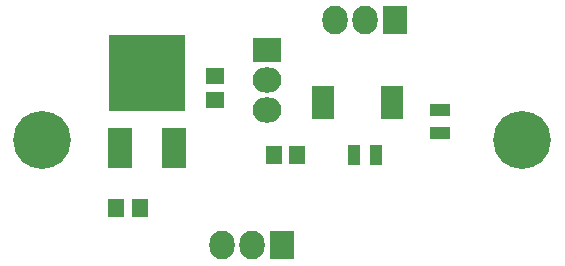
<source format=gts>
G04 #@! TF.FileFunction,Soldermask,Top*
%FSLAX46Y46*%
G04 Gerber Fmt 4.6, Leading zero omitted, Abs format (unit mm)*
G04 Created by KiCad (PCBNEW 4.0.2-stable) date 5/6/2016 11:18:34 AM*
%MOMM*%
G01*
G04 APERTURE LIST*
%ADD10C,0.100000*%
%ADD11R,2.051000X3.448000*%
%ADD12R,6.496000X6.496000*%
%ADD13R,1.400000X1.650000*%
%ADD14R,1.650000X1.400000*%
%ADD15R,2.127200X2.432000*%
%ADD16O,2.127200X2.432000*%
%ADD17R,1.100000X1.700000*%
%ADD18R,1.700000X1.100000*%
%ADD19R,2.432000X2.127200*%
%ADD20O,2.432000X2.127200*%
%ADD21R,1.850000X0.850000*%
%ADD22C,4.900000*%
G04 APERTURE END LIST*
D10*
D11*
X171069000Y-94615000D03*
D12*
X173355000Y-88265000D03*
D11*
X175641000Y-94615000D03*
D13*
X170720000Y-99695000D03*
X172720000Y-99695000D03*
D14*
X179070000Y-88535000D03*
X179070000Y-90535000D03*
D13*
X186055000Y-95250000D03*
X184055000Y-95250000D03*
D15*
X194310000Y-83820000D03*
D16*
X191770000Y-83820000D03*
X189230000Y-83820000D03*
D15*
X184785000Y-102870000D03*
D16*
X182245000Y-102870000D03*
X179705000Y-102870000D03*
D17*
X190820000Y-95250000D03*
X192720000Y-95250000D03*
D18*
X198120000Y-93345000D03*
X198120000Y-91445000D03*
D19*
X183515000Y-86360000D03*
D20*
X183515000Y-88900000D03*
X183515000Y-91440000D03*
D21*
X194085000Y-91780000D03*
X194085000Y-91130000D03*
X194085000Y-90480000D03*
X194085000Y-89830000D03*
X188185000Y-89830000D03*
X188185000Y-90480000D03*
X188185000Y-91130000D03*
X188185000Y-91780000D03*
D22*
X205105000Y-93980000D03*
X164465000Y-93980000D03*
M02*

</source>
